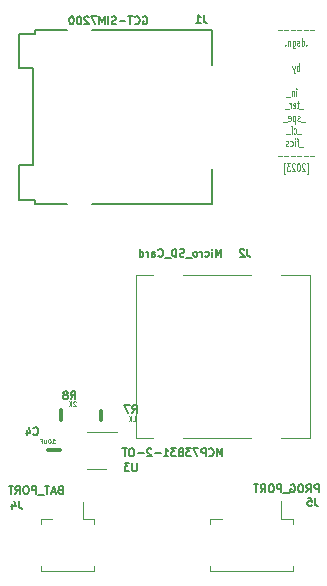
<source format=gbr>
%TF.GenerationSoftware,KiCad,Pcbnew,7.0.8*%
%TF.CreationDate,2023-10-19T11:53:08-06:00*%
%TF.ProjectId,air_station_1v5,6169725f-7374-4617-9469-6f6e5f317635,rev?*%
%TF.SameCoordinates,Original*%
%TF.FileFunction,Legend,Bot*%
%TF.FilePolarity,Positive*%
%FSLAX46Y46*%
G04 Gerber Fmt 4.6, Leading zero omitted, Abs format (unit mm)*
G04 Created by KiCad (PCBNEW 7.0.8) date 2023-10-19 11:53:08*
%MOMM*%
%LPD*%
G01*
G04 APERTURE LIST*
%ADD10C,0.110000*%
%ADD11C,0.150000*%
%ADD12C,0.146304*%
%ADD13C,0.040640*%
%ADD14C,0.200000*%
%ADD15C,0.120000*%
%ADD16C,0.304800*%
G04 APERTURE END LIST*
D10*
X101859524Y-54394480D02*
X101524286Y-54394480D01*
X101314762Y-54394480D02*
X100979524Y-54394480D01*
X100770000Y-54394480D02*
X100434762Y-54394480D01*
X100225238Y-54394480D02*
X99890000Y-54394480D01*
X99680476Y-54394480D02*
X99345238Y-54394480D01*
X99135714Y-54394480D02*
X98800476Y-54394480D01*
X101209999Y-55645651D02*
X101189046Y-55677080D01*
X101189046Y-55677080D02*
X101209999Y-55708508D01*
X101209999Y-55708508D02*
X101230951Y-55677080D01*
X101230951Y-55677080D02*
X101209999Y-55645651D01*
X101209999Y-55645651D02*
X101209999Y-55708508D01*
X100811903Y-55708508D02*
X100811903Y-55048508D01*
X100811903Y-55677080D02*
X100853808Y-55708508D01*
X100853808Y-55708508D02*
X100937617Y-55708508D01*
X100937617Y-55708508D02*
X100979522Y-55677080D01*
X100979522Y-55677080D02*
X101000475Y-55645651D01*
X101000475Y-55645651D02*
X101021427Y-55582794D01*
X101021427Y-55582794D02*
X101021427Y-55394222D01*
X101021427Y-55394222D02*
X101000475Y-55331365D01*
X101000475Y-55331365D02*
X100979522Y-55299937D01*
X100979522Y-55299937D02*
X100937617Y-55268508D01*
X100937617Y-55268508D02*
X100853808Y-55268508D01*
X100853808Y-55268508D02*
X100811903Y-55299937D01*
X100623332Y-55677080D02*
X100581427Y-55708508D01*
X100581427Y-55708508D02*
X100497618Y-55708508D01*
X100497618Y-55708508D02*
X100455713Y-55677080D01*
X100455713Y-55677080D02*
X100434761Y-55614222D01*
X100434761Y-55614222D02*
X100434761Y-55582794D01*
X100434761Y-55582794D02*
X100455713Y-55519937D01*
X100455713Y-55519937D02*
X100497618Y-55488508D01*
X100497618Y-55488508D02*
X100560475Y-55488508D01*
X100560475Y-55488508D02*
X100602380Y-55457080D01*
X100602380Y-55457080D02*
X100623332Y-55394222D01*
X100623332Y-55394222D02*
X100623332Y-55362794D01*
X100623332Y-55362794D02*
X100602380Y-55299937D01*
X100602380Y-55299937D02*
X100560475Y-55268508D01*
X100560475Y-55268508D02*
X100497618Y-55268508D01*
X100497618Y-55268508D02*
X100455713Y-55299937D01*
X100057618Y-55268508D02*
X100057618Y-55802794D01*
X100057618Y-55802794D02*
X100078571Y-55865651D01*
X100078571Y-55865651D02*
X100099523Y-55897080D01*
X100099523Y-55897080D02*
X100141428Y-55928508D01*
X100141428Y-55928508D02*
X100204285Y-55928508D01*
X100204285Y-55928508D02*
X100246190Y-55897080D01*
X100057618Y-55677080D02*
X100099523Y-55708508D01*
X100099523Y-55708508D02*
X100183332Y-55708508D01*
X100183332Y-55708508D02*
X100225237Y-55677080D01*
X100225237Y-55677080D02*
X100246190Y-55645651D01*
X100246190Y-55645651D02*
X100267142Y-55582794D01*
X100267142Y-55582794D02*
X100267142Y-55394222D01*
X100267142Y-55394222D02*
X100246190Y-55331365D01*
X100246190Y-55331365D02*
X100225237Y-55299937D01*
X100225237Y-55299937D02*
X100183332Y-55268508D01*
X100183332Y-55268508D02*
X100099523Y-55268508D01*
X100099523Y-55268508D02*
X100057618Y-55299937D01*
X99848095Y-55268508D02*
X99848095Y-55708508D01*
X99848095Y-55331365D02*
X99827142Y-55299937D01*
X99827142Y-55299937D02*
X99785237Y-55268508D01*
X99785237Y-55268508D02*
X99722380Y-55268508D01*
X99722380Y-55268508D02*
X99680476Y-55299937D01*
X99680476Y-55299937D02*
X99659523Y-55362794D01*
X99659523Y-55362794D02*
X99659523Y-55708508D01*
X99450000Y-55645651D02*
X99429047Y-55677080D01*
X99429047Y-55677080D02*
X99450000Y-55708508D01*
X99450000Y-55708508D02*
X99470952Y-55677080D01*
X99470952Y-55677080D02*
X99450000Y-55645651D01*
X99450000Y-55645651D02*
X99450000Y-55708508D01*
X100591904Y-57833708D02*
X100591904Y-57173708D01*
X100591904Y-57425137D02*
X100549999Y-57393708D01*
X100549999Y-57393708D02*
X100466189Y-57393708D01*
X100466189Y-57393708D02*
X100424285Y-57425137D01*
X100424285Y-57425137D02*
X100403332Y-57456565D01*
X100403332Y-57456565D02*
X100382380Y-57519422D01*
X100382380Y-57519422D02*
X100382380Y-57707994D01*
X100382380Y-57707994D02*
X100403332Y-57770851D01*
X100403332Y-57770851D02*
X100424285Y-57802280D01*
X100424285Y-57802280D02*
X100466189Y-57833708D01*
X100466189Y-57833708D02*
X100549999Y-57833708D01*
X100549999Y-57833708D02*
X100591904Y-57802280D01*
X100235713Y-57393708D02*
X100130951Y-57833708D01*
X100026190Y-57393708D02*
X100130951Y-57833708D01*
X100130951Y-57833708D02*
X100172856Y-57990851D01*
X100172856Y-57990851D02*
X100193809Y-58022280D01*
X100193809Y-58022280D02*
X100235713Y-58053708D01*
X100361428Y-59958908D02*
X100361428Y-59518908D01*
X100361428Y-59298908D02*
X100382380Y-59330337D01*
X100382380Y-59330337D02*
X100361428Y-59361765D01*
X100361428Y-59361765D02*
X100340475Y-59330337D01*
X100340475Y-59330337D02*
X100361428Y-59298908D01*
X100361428Y-59298908D02*
X100361428Y-59361765D01*
X100151904Y-59518908D02*
X100151904Y-59958908D01*
X100151904Y-59581765D02*
X100130951Y-59550337D01*
X100130951Y-59550337D02*
X100089046Y-59518908D01*
X100089046Y-59518908D02*
X100026189Y-59518908D01*
X100026189Y-59518908D02*
X99984285Y-59550337D01*
X99984285Y-59550337D02*
X99963332Y-59613194D01*
X99963332Y-59613194D02*
X99963332Y-59958908D01*
X99858571Y-60021765D02*
X99523332Y-60021765D01*
X100948095Y-61084365D02*
X100612856Y-61084365D01*
X100570952Y-60581508D02*
X100403333Y-60581508D01*
X100508095Y-60361508D02*
X100508095Y-60927222D01*
X100508095Y-60927222D02*
X100487142Y-60990080D01*
X100487142Y-60990080D02*
X100445237Y-61021508D01*
X100445237Y-61021508D02*
X100403333Y-61021508D01*
X100089047Y-60990080D02*
X100130951Y-61021508D01*
X100130951Y-61021508D02*
X100214761Y-61021508D01*
X100214761Y-61021508D02*
X100256666Y-60990080D01*
X100256666Y-60990080D02*
X100277618Y-60927222D01*
X100277618Y-60927222D02*
X100277618Y-60675794D01*
X100277618Y-60675794D02*
X100256666Y-60612937D01*
X100256666Y-60612937D02*
X100214761Y-60581508D01*
X100214761Y-60581508D02*
X100130951Y-60581508D01*
X100130951Y-60581508D02*
X100089047Y-60612937D01*
X100089047Y-60612937D02*
X100068094Y-60675794D01*
X100068094Y-60675794D02*
X100068094Y-60738651D01*
X100068094Y-60738651D02*
X100277618Y-60801508D01*
X99879523Y-61021508D02*
X99879523Y-60581508D01*
X99879523Y-60707222D02*
X99858570Y-60644365D01*
X99858570Y-60644365D02*
X99837618Y-60612937D01*
X99837618Y-60612937D02*
X99795713Y-60581508D01*
X99795713Y-60581508D02*
X99753808Y-60581508D01*
X99711904Y-61084365D02*
X99376665Y-61084365D01*
X101063333Y-62146965D02*
X100728094Y-62146965D01*
X100644285Y-62052680D02*
X100602380Y-62084108D01*
X100602380Y-62084108D02*
X100518571Y-62084108D01*
X100518571Y-62084108D02*
X100476666Y-62052680D01*
X100476666Y-62052680D02*
X100455714Y-61989822D01*
X100455714Y-61989822D02*
X100455714Y-61958394D01*
X100455714Y-61958394D02*
X100476666Y-61895537D01*
X100476666Y-61895537D02*
X100518571Y-61864108D01*
X100518571Y-61864108D02*
X100581428Y-61864108D01*
X100581428Y-61864108D02*
X100623333Y-61832680D01*
X100623333Y-61832680D02*
X100644285Y-61769822D01*
X100644285Y-61769822D02*
X100644285Y-61738394D01*
X100644285Y-61738394D02*
X100623333Y-61675537D01*
X100623333Y-61675537D02*
X100581428Y-61644108D01*
X100581428Y-61644108D02*
X100518571Y-61644108D01*
X100518571Y-61644108D02*
X100476666Y-61675537D01*
X100267143Y-61644108D02*
X100267143Y-62304108D01*
X100267143Y-61675537D02*
X100225238Y-61644108D01*
X100225238Y-61644108D02*
X100141428Y-61644108D01*
X100141428Y-61644108D02*
X100099524Y-61675537D01*
X100099524Y-61675537D02*
X100078571Y-61706965D01*
X100078571Y-61706965D02*
X100057619Y-61769822D01*
X100057619Y-61769822D02*
X100057619Y-61958394D01*
X100057619Y-61958394D02*
X100078571Y-62021251D01*
X100078571Y-62021251D02*
X100099524Y-62052680D01*
X100099524Y-62052680D02*
X100141428Y-62084108D01*
X100141428Y-62084108D02*
X100225238Y-62084108D01*
X100225238Y-62084108D02*
X100267143Y-62052680D01*
X99701429Y-62052680D02*
X99743333Y-62084108D01*
X99743333Y-62084108D02*
X99827143Y-62084108D01*
X99827143Y-62084108D02*
X99869048Y-62052680D01*
X99869048Y-62052680D02*
X99890000Y-61989822D01*
X99890000Y-61989822D02*
X99890000Y-61738394D01*
X99890000Y-61738394D02*
X99869048Y-61675537D01*
X99869048Y-61675537D02*
X99827143Y-61644108D01*
X99827143Y-61644108D02*
X99743333Y-61644108D01*
X99743333Y-61644108D02*
X99701429Y-61675537D01*
X99701429Y-61675537D02*
X99680476Y-61738394D01*
X99680476Y-61738394D02*
X99680476Y-61801251D01*
X99680476Y-61801251D02*
X99890000Y-61864108D01*
X99596667Y-62146965D02*
X99261428Y-62146965D01*
X100790952Y-63209565D02*
X100455713Y-63209565D01*
X100162380Y-63115280D02*
X100204285Y-63146708D01*
X100204285Y-63146708D02*
X100288094Y-63146708D01*
X100288094Y-63146708D02*
X100329999Y-63115280D01*
X100329999Y-63115280D02*
X100350952Y-63083851D01*
X100350952Y-63083851D02*
X100371904Y-63020994D01*
X100371904Y-63020994D02*
X100371904Y-62832422D01*
X100371904Y-62832422D02*
X100350952Y-62769565D01*
X100350952Y-62769565D02*
X100329999Y-62738137D01*
X100329999Y-62738137D02*
X100288094Y-62706708D01*
X100288094Y-62706708D02*
X100204285Y-62706708D01*
X100204285Y-62706708D02*
X100162380Y-62738137D01*
X99973809Y-63146708D02*
X99973809Y-62706708D01*
X99973809Y-62486708D02*
X99994761Y-62518137D01*
X99994761Y-62518137D02*
X99973809Y-62549565D01*
X99973809Y-62549565D02*
X99952856Y-62518137D01*
X99952856Y-62518137D02*
X99973809Y-62486708D01*
X99973809Y-62486708D02*
X99973809Y-62549565D01*
X99869047Y-63209565D02*
X99533808Y-63209565D01*
X100927143Y-64272165D02*
X100591904Y-64272165D01*
X100550000Y-63769308D02*
X100382381Y-63769308D01*
X100487143Y-64209308D02*
X100487143Y-63643594D01*
X100487143Y-63643594D02*
X100466190Y-63580737D01*
X100466190Y-63580737D02*
X100424285Y-63549308D01*
X100424285Y-63549308D02*
X100382381Y-63549308D01*
X100235714Y-64209308D02*
X100235714Y-63769308D01*
X100235714Y-63549308D02*
X100256666Y-63580737D01*
X100256666Y-63580737D02*
X100235714Y-63612165D01*
X100235714Y-63612165D02*
X100214761Y-63580737D01*
X100214761Y-63580737D02*
X100235714Y-63549308D01*
X100235714Y-63549308D02*
X100235714Y-63612165D01*
X99837618Y-64177880D02*
X99879523Y-64209308D01*
X99879523Y-64209308D02*
X99963332Y-64209308D01*
X99963332Y-64209308D02*
X100005237Y-64177880D01*
X100005237Y-64177880D02*
X100026190Y-64146451D01*
X100026190Y-64146451D02*
X100047142Y-64083594D01*
X100047142Y-64083594D02*
X100047142Y-63895022D01*
X100047142Y-63895022D02*
X100026190Y-63832165D01*
X100026190Y-63832165D02*
X100005237Y-63800737D01*
X100005237Y-63800737D02*
X99963332Y-63769308D01*
X99963332Y-63769308D02*
X99879523Y-63769308D01*
X99879523Y-63769308D02*
X99837618Y-63800737D01*
X99669999Y-64177880D02*
X99628094Y-64209308D01*
X99628094Y-64209308D02*
X99544285Y-64209308D01*
X99544285Y-64209308D02*
X99502380Y-64177880D01*
X99502380Y-64177880D02*
X99481428Y-64115022D01*
X99481428Y-64115022D02*
X99481428Y-64083594D01*
X99481428Y-64083594D02*
X99502380Y-64020737D01*
X99502380Y-64020737D02*
X99544285Y-63989308D01*
X99544285Y-63989308D02*
X99607142Y-63989308D01*
X99607142Y-63989308D02*
X99649047Y-63957880D01*
X99649047Y-63957880D02*
X99669999Y-63895022D01*
X99669999Y-63895022D02*
X99669999Y-63863594D01*
X99669999Y-63863594D02*
X99649047Y-63800737D01*
X99649047Y-63800737D02*
X99607142Y-63769308D01*
X99607142Y-63769308D02*
X99544285Y-63769308D01*
X99544285Y-63769308D02*
X99502380Y-63800737D01*
X101859524Y-65020480D02*
X101524286Y-65020480D01*
X101314762Y-65020480D02*
X100979524Y-65020480D01*
X100770000Y-65020480D02*
X100434762Y-65020480D01*
X100225238Y-65020480D02*
X99890000Y-65020480D01*
X99680476Y-65020480D02*
X99345238Y-65020480D01*
X99135714Y-65020480D02*
X98800476Y-65020480D01*
X101230952Y-66554508D02*
X101335714Y-66554508D01*
X101335714Y-66554508D02*
X101335714Y-65611651D01*
X101335714Y-65611651D02*
X101230952Y-65611651D01*
X101084286Y-65737365D02*
X101063334Y-65705937D01*
X101063334Y-65705937D02*
X101021429Y-65674508D01*
X101021429Y-65674508D02*
X100916667Y-65674508D01*
X100916667Y-65674508D02*
X100874762Y-65705937D01*
X100874762Y-65705937D02*
X100853810Y-65737365D01*
X100853810Y-65737365D02*
X100832857Y-65800222D01*
X100832857Y-65800222D02*
X100832857Y-65863080D01*
X100832857Y-65863080D02*
X100853810Y-65957365D01*
X100853810Y-65957365D02*
X101105238Y-66334508D01*
X101105238Y-66334508D02*
X100832857Y-66334508D01*
X100560476Y-65674508D02*
X100518571Y-65674508D01*
X100518571Y-65674508D02*
X100476667Y-65705937D01*
X100476667Y-65705937D02*
X100455714Y-65737365D01*
X100455714Y-65737365D02*
X100434762Y-65800222D01*
X100434762Y-65800222D02*
X100413809Y-65925937D01*
X100413809Y-65925937D02*
X100413809Y-66083080D01*
X100413809Y-66083080D02*
X100434762Y-66208794D01*
X100434762Y-66208794D02*
X100455714Y-66271651D01*
X100455714Y-66271651D02*
X100476667Y-66303080D01*
X100476667Y-66303080D02*
X100518571Y-66334508D01*
X100518571Y-66334508D02*
X100560476Y-66334508D01*
X100560476Y-66334508D02*
X100602381Y-66303080D01*
X100602381Y-66303080D02*
X100623333Y-66271651D01*
X100623333Y-66271651D02*
X100644286Y-66208794D01*
X100644286Y-66208794D02*
X100665238Y-66083080D01*
X100665238Y-66083080D02*
X100665238Y-65925937D01*
X100665238Y-65925937D02*
X100644286Y-65800222D01*
X100644286Y-65800222D02*
X100623333Y-65737365D01*
X100623333Y-65737365D02*
X100602381Y-65705937D01*
X100602381Y-65705937D02*
X100560476Y-65674508D01*
X100246190Y-65737365D02*
X100225238Y-65705937D01*
X100225238Y-65705937D02*
X100183333Y-65674508D01*
X100183333Y-65674508D02*
X100078571Y-65674508D01*
X100078571Y-65674508D02*
X100036666Y-65705937D01*
X100036666Y-65705937D02*
X100015714Y-65737365D01*
X100015714Y-65737365D02*
X99994761Y-65800222D01*
X99994761Y-65800222D02*
X99994761Y-65863080D01*
X99994761Y-65863080D02*
X100015714Y-65957365D01*
X100015714Y-65957365D02*
X100267142Y-66334508D01*
X100267142Y-66334508D02*
X99994761Y-66334508D01*
X99848094Y-65674508D02*
X99575713Y-65674508D01*
X99575713Y-65674508D02*
X99722380Y-65925937D01*
X99722380Y-65925937D02*
X99659523Y-65925937D01*
X99659523Y-65925937D02*
X99617618Y-65957365D01*
X99617618Y-65957365D02*
X99596666Y-65988794D01*
X99596666Y-65988794D02*
X99575713Y-66051651D01*
X99575713Y-66051651D02*
X99575713Y-66208794D01*
X99575713Y-66208794D02*
X99596666Y-66271651D01*
X99596666Y-66271651D02*
X99617618Y-66303080D01*
X99617618Y-66303080D02*
X99659523Y-66334508D01*
X99659523Y-66334508D02*
X99785237Y-66334508D01*
X99785237Y-66334508D02*
X99827142Y-66303080D01*
X99827142Y-66303080D02*
X99848094Y-66271651D01*
X99429046Y-66554508D02*
X99324284Y-66554508D01*
X99324284Y-66554508D02*
X99324284Y-65611651D01*
X99324284Y-65611651D02*
X99429046Y-65611651D01*
D11*
X92548999Y-53104528D02*
X92548999Y-53575957D01*
X92548999Y-53575957D02*
X92580428Y-53670242D01*
X92580428Y-53670242D02*
X92643285Y-53733100D01*
X92643285Y-53733100D02*
X92737571Y-53764528D01*
X92737571Y-53764528D02*
X92800428Y-53764528D01*
X91888999Y-53764528D02*
X92266142Y-53764528D01*
X92077571Y-53764528D02*
X92077571Y-53104528D01*
X92077571Y-53104528D02*
X92140428Y-53198814D01*
X92140428Y-53198814D02*
X92203285Y-53261671D01*
X92203285Y-53261671D02*
X92266142Y-53293100D01*
X87377855Y-53262957D02*
X87440713Y-53231528D01*
X87440713Y-53231528D02*
X87534998Y-53231528D01*
X87534998Y-53231528D02*
X87629284Y-53262957D01*
X87629284Y-53262957D02*
X87692141Y-53325814D01*
X87692141Y-53325814D02*
X87723570Y-53388671D01*
X87723570Y-53388671D02*
X87754998Y-53514385D01*
X87754998Y-53514385D02*
X87754998Y-53608671D01*
X87754998Y-53608671D02*
X87723570Y-53734385D01*
X87723570Y-53734385D02*
X87692141Y-53797242D01*
X87692141Y-53797242D02*
X87629284Y-53860100D01*
X87629284Y-53860100D02*
X87534998Y-53891528D01*
X87534998Y-53891528D02*
X87472141Y-53891528D01*
X87472141Y-53891528D02*
X87377855Y-53860100D01*
X87377855Y-53860100D02*
X87346427Y-53828671D01*
X87346427Y-53828671D02*
X87346427Y-53608671D01*
X87346427Y-53608671D02*
X87472141Y-53608671D01*
X86686427Y-53828671D02*
X86717855Y-53860100D01*
X86717855Y-53860100D02*
X86812141Y-53891528D01*
X86812141Y-53891528D02*
X86874998Y-53891528D01*
X86874998Y-53891528D02*
X86969284Y-53860100D01*
X86969284Y-53860100D02*
X87032141Y-53797242D01*
X87032141Y-53797242D02*
X87063570Y-53734385D01*
X87063570Y-53734385D02*
X87094998Y-53608671D01*
X87094998Y-53608671D02*
X87094998Y-53514385D01*
X87094998Y-53514385D02*
X87063570Y-53388671D01*
X87063570Y-53388671D02*
X87032141Y-53325814D01*
X87032141Y-53325814D02*
X86969284Y-53262957D01*
X86969284Y-53262957D02*
X86874998Y-53231528D01*
X86874998Y-53231528D02*
X86812141Y-53231528D01*
X86812141Y-53231528D02*
X86717855Y-53262957D01*
X86717855Y-53262957D02*
X86686427Y-53294385D01*
X86497855Y-53231528D02*
X86120713Y-53231528D01*
X86309284Y-53891528D02*
X86309284Y-53231528D01*
X85900713Y-53640100D02*
X85397856Y-53640100D01*
X85114998Y-53860100D02*
X85020713Y-53891528D01*
X85020713Y-53891528D02*
X84863570Y-53891528D01*
X84863570Y-53891528D02*
X84800713Y-53860100D01*
X84800713Y-53860100D02*
X84769284Y-53828671D01*
X84769284Y-53828671D02*
X84737855Y-53765814D01*
X84737855Y-53765814D02*
X84737855Y-53702957D01*
X84737855Y-53702957D02*
X84769284Y-53640100D01*
X84769284Y-53640100D02*
X84800713Y-53608671D01*
X84800713Y-53608671D02*
X84863570Y-53577242D01*
X84863570Y-53577242D02*
X84989284Y-53545814D01*
X84989284Y-53545814D02*
X85052141Y-53514385D01*
X85052141Y-53514385D02*
X85083570Y-53482957D01*
X85083570Y-53482957D02*
X85114998Y-53420100D01*
X85114998Y-53420100D02*
X85114998Y-53357242D01*
X85114998Y-53357242D02*
X85083570Y-53294385D01*
X85083570Y-53294385D02*
X85052141Y-53262957D01*
X85052141Y-53262957D02*
X84989284Y-53231528D01*
X84989284Y-53231528D02*
X84832141Y-53231528D01*
X84832141Y-53231528D02*
X84737855Y-53262957D01*
X84454999Y-53891528D02*
X84454999Y-53231528D01*
X84140713Y-53891528D02*
X84140713Y-53231528D01*
X84140713Y-53231528D02*
X83920713Y-53702957D01*
X83920713Y-53702957D02*
X83700713Y-53231528D01*
X83700713Y-53231528D02*
X83700713Y-53891528D01*
X83449284Y-53231528D02*
X83009284Y-53231528D01*
X83009284Y-53231528D02*
X83292141Y-53891528D01*
X82789284Y-53294385D02*
X82757856Y-53262957D01*
X82757856Y-53262957D02*
X82694999Y-53231528D01*
X82694999Y-53231528D02*
X82537856Y-53231528D01*
X82537856Y-53231528D02*
X82474999Y-53262957D01*
X82474999Y-53262957D02*
X82443570Y-53294385D01*
X82443570Y-53294385D02*
X82412141Y-53357242D01*
X82412141Y-53357242D02*
X82412141Y-53420100D01*
X82412141Y-53420100D02*
X82443570Y-53514385D01*
X82443570Y-53514385D02*
X82820713Y-53891528D01*
X82820713Y-53891528D02*
X82412141Y-53891528D01*
X82003570Y-53231528D02*
X81940713Y-53231528D01*
X81940713Y-53231528D02*
X81877856Y-53262957D01*
X81877856Y-53262957D02*
X81846428Y-53294385D01*
X81846428Y-53294385D02*
X81814999Y-53357242D01*
X81814999Y-53357242D02*
X81783570Y-53482957D01*
X81783570Y-53482957D02*
X81783570Y-53640100D01*
X81783570Y-53640100D02*
X81814999Y-53765814D01*
X81814999Y-53765814D02*
X81846428Y-53828671D01*
X81846428Y-53828671D02*
X81877856Y-53860100D01*
X81877856Y-53860100D02*
X81940713Y-53891528D01*
X81940713Y-53891528D02*
X82003570Y-53891528D01*
X82003570Y-53891528D02*
X82066428Y-53860100D01*
X82066428Y-53860100D02*
X82097856Y-53828671D01*
X82097856Y-53828671D02*
X82129285Y-53765814D01*
X82129285Y-53765814D02*
X82160713Y-53640100D01*
X82160713Y-53640100D02*
X82160713Y-53482957D01*
X82160713Y-53482957D02*
X82129285Y-53357242D01*
X82129285Y-53357242D02*
X82097856Y-53294385D01*
X82097856Y-53294385D02*
X82066428Y-53262957D01*
X82066428Y-53262957D02*
X82003570Y-53231528D01*
X81374999Y-53231528D02*
X81312142Y-53231528D01*
X81312142Y-53231528D02*
X81249285Y-53262957D01*
X81249285Y-53262957D02*
X81217857Y-53294385D01*
X81217857Y-53294385D02*
X81186428Y-53357242D01*
X81186428Y-53357242D02*
X81154999Y-53482957D01*
X81154999Y-53482957D02*
X81154999Y-53640100D01*
X81154999Y-53640100D02*
X81186428Y-53765814D01*
X81186428Y-53765814D02*
X81217857Y-53828671D01*
X81217857Y-53828671D02*
X81249285Y-53860100D01*
X81249285Y-53860100D02*
X81312142Y-53891528D01*
X81312142Y-53891528D02*
X81374999Y-53891528D01*
X81374999Y-53891528D02*
X81437857Y-53860100D01*
X81437857Y-53860100D02*
X81469285Y-53828671D01*
X81469285Y-53828671D02*
X81500714Y-53765814D01*
X81500714Y-53765814D02*
X81532142Y-53640100D01*
X81532142Y-53640100D02*
X81532142Y-53482957D01*
X81532142Y-53482957D02*
X81500714Y-53357242D01*
X81500714Y-53357242D02*
X81469285Y-53294385D01*
X81469285Y-53294385D02*
X81437857Y-53262957D01*
X81437857Y-53262957D02*
X81374999Y-53231528D01*
X101946999Y-93998528D02*
X101946999Y-94469957D01*
X101946999Y-94469957D02*
X101978428Y-94564242D01*
X101978428Y-94564242D02*
X102041285Y-94627100D01*
X102041285Y-94627100D02*
X102135571Y-94658528D01*
X102135571Y-94658528D02*
X102198428Y-94658528D01*
X101318428Y-93998528D02*
X101632714Y-93998528D01*
X101632714Y-93998528D02*
X101664142Y-94312814D01*
X101664142Y-94312814D02*
X101632714Y-94281385D01*
X101632714Y-94281385D02*
X101569857Y-94249957D01*
X101569857Y-94249957D02*
X101412714Y-94249957D01*
X101412714Y-94249957D02*
X101349857Y-94281385D01*
X101349857Y-94281385D02*
X101318428Y-94312814D01*
X101318428Y-94312814D02*
X101286999Y-94375671D01*
X101286999Y-94375671D02*
X101286999Y-94532814D01*
X101286999Y-94532814D02*
X101318428Y-94595671D01*
X101318428Y-94595671D02*
X101349857Y-94627100D01*
X101349857Y-94627100D02*
X101412714Y-94658528D01*
X101412714Y-94658528D02*
X101569857Y-94658528D01*
X101569857Y-94658528D02*
X101632714Y-94627100D01*
X101632714Y-94627100D02*
X101664142Y-94595671D01*
X102255143Y-93515528D02*
X102255143Y-92855528D01*
X102255143Y-92855528D02*
X102003714Y-92855528D01*
X102003714Y-92855528D02*
X101940857Y-92886957D01*
X101940857Y-92886957D02*
X101909428Y-92918385D01*
X101909428Y-92918385D02*
X101878000Y-92981242D01*
X101878000Y-92981242D02*
X101878000Y-93075528D01*
X101878000Y-93075528D02*
X101909428Y-93138385D01*
X101909428Y-93138385D02*
X101940857Y-93169814D01*
X101940857Y-93169814D02*
X102003714Y-93201242D01*
X102003714Y-93201242D02*
X102255143Y-93201242D01*
X101218000Y-93515528D02*
X101438000Y-93201242D01*
X101595143Y-93515528D02*
X101595143Y-92855528D01*
X101595143Y-92855528D02*
X101343714Y-92855528D01*
X101343714Y-92855528D02*
X101280857Y-92886957D01*
X101280857Y-92886957D02*
X101249428Y-92918385D01*
X101249428Y-92918385D02*
X101218000Y-92981242D01*
X101218000Y-92981242D02*
X101218000Y-93075528D01*
X101218000Y-93075528D02*
X101249428Y-93138385D01*
X101249428Y-93138385D02*
X101280857Y-93169814D01*
X101280857Y-93169814D02*
X101343714Y-93201242D01*
X101343714Y-93201242D02*
X101595143Y-93201242D01*
X100809428Y-92855528D02*
X100683714Y-92855528D01*
X100683714Y-92855528D02*
X100620857Y-92886957D01*
X100620857Y-92886957D02*
X100558000Y-92949814D01*
X100558000Y-92949814D02*
X100526571Y-93075528D01*
X100526571Y-93075528D02*
X100526571Y-93295528D01*
X100526571Y-93295528D02*
X100558000Y-93421242D01*
X100558000Y-93421242D02*
X100620857Y-93484100D01*
X100620857Y-93484100D02*
X100683714Y-93515528D01*
X100683714Y-93515528D02*
X100809428Y-93515528D01*
X100809428Y-93515528D02*
X100872286Y-93484100D01*
X100872286Y-93484100D02*
X100935143Y-93421242D01*
X100935143Y-93421242D02*
X100966571Y-93295528D01*
X100966571Y-93295528D02*
X100966571Y-93075528D01*
X100966571Y-93075528D02*
X100935143Y-92949814D01*
X100935143Y-92949814D02*
X100872286Y-92886957D01*
X100872286Y-92886957D02*
X100809428Y-92855528D01*
X99897999Y-92886957D02*
X99960857Y-92855528D01*
X99960857Y-92855528D02*
X100055142Y-92855528D01*
X100055142Y-92855528D02*
X100149428Y-92886957D01*
X100149428Y-92886957D02*
X100212285Y-92949814D01*
X100212285Y-92949814D02*
X100243714Y-93012671D01*
X100243714Y-93012671D02*
X100275142Y-93138385D01*
X100275142Y-93138385D02*
X100275142Y-93232671D01*
X100275142Y-93232671D02*
X100243714Y-93358385D01*
X100243714Y-93358385D02*
X100212285Y-93421242D01*
X100212285Y-93421242D02*
X100149428Y-93484100D01*
X100149428Y-93484100D02*
X100055142Y-93515528D01*
X100055142Y-93515528D02*
X99992285Y-93515528D01*
X99992285Y-93515528D02*
X99897999Y-93484100D01*
X99897999Y-93484100D02*
X99866571Y-93452671D01*
X99866571Y-93452671D02*
X99866571Y-93232671D01*
X99866571Y-93232671D02*
X99992285Y-93232671D01*
X99740857Y-93578385D02*
X99237999Y-93578385D01*
X99080857Y-93515528D02*
X99080857Y-92855528D01*
X99080857Y-92855528D02*
X98829428Y-92855528D01*
X98829428Y-92855528D02*
X98766571Y-92886957D01*
X98766571Y-92886957D02*
X98735142Y-92918385D01*
X98735142Y-92918385D02*
X98703714Y-92981242D01*
X98703714Y-92981242D02*
X98703714Y-93075528D01*
X98703714Y-93075528D02*
X98735142Y-93138385D01*
X98735142Y-93138385D02*
X98766571Y-93169814D01*
X98766571Y-93169814D02*
X98829428Y-93201242D01*
X98829428Y-93201242D02*
X99080857Y-93201242D01*
X98295142Y-92855528D02*
X98169428Y-92855528D01*
X98169428Y-92855528D02*
X98106571Y-92886957D01*
X98106571Y-92886957D02*
X98043714Y-92949814D01*
X98043714Y-92949814D02*
X98012285Y-93075528D01*
X98012285Y-93075528D02*
X98012285Y-93295528D01*
X98012285Y-93295528D02*
X98043714Y-93421242D01*
X98043714Y-93421242D02*
X98106571Y-93484100D01*
X98106571Y-93484100D02*
X98169428Y-93515528D01*
X98169428Y-93515528D02*
X98295142Y-93515528D01*
X98295142Y-93515528D02*
X98358000Y-93484100D01*
X98358000Y-93484100D02*
X98420857Y-93421242D01*
X98420857Y-93421242D02*
X98452285Y-93295528D01*
X98452285Y-93295528D02*
X98452285Y-93075528D01*
X98452285Y-93075528D02*
X98420857Y-92949814D01*
X98420857Y-92949814D02*
X98358000Y-92886957D01*
X98358000Y-92886957D02*
X98295142Y-92855528D01*
X97352285Y-93515528D02*
X97572285Y-93201242D01*
X97729428Y-93515528D02*
X97729428Y-92855528D01*
X97729428Y-92855528D02*
X97477999Y-92855528D01*
X97477999Y-92855528D02*
X97415142Y-92886957D01*
X97415142Y-92886957D02*
X97383713Y-92918385D01*
X97383713Y-92918385D02*
X97352285Y-92981242D01*
X97352285Y-92981242D02*
X97352285Y-93075528D01*
X97352285Y-93075528D02*
X97383713Y-93138385D01*
X97383713Y-93138385D02*
X97415142Y-93169814D01*
X97415142Y-93169814D02*
X97477999Y-93201242D01*
X97477999Y-93201242D02*
X97729428Y-93201242D01*
X97163713Y-92855528D02*
X96786571Y-92855528D01*
X96975142Y-93515528D02*
X96975142Y-92855528D01*
X76927999Y-94252528D02*
X76927999Y-94723957D01*
X76927999Y-94723957D02*
X76959428Y-94818242D01*
X76959428Y-94818242D02*
X77022285Y-94881100D01*
X77022285Y-94881100D02*
X77116571Y-94912528D01*
X77116571Y-94912528D02*
X77179428Y-94912528D01*
X76330857Y-94472528D02*
X76330857Y-94912528D01*
X76487999Y-94221100D02*
X76645142Y-94692528D01*
X76645142Y-94692528D02*
X76236571Y-94692528D01*
X80384951Y-93296202D02*
X80289237Y-93328107D01*
X80289237Y-93328107D02*
X80257332Y-93360011D01*
X80257332Y-93360011D02*
X80225428Y-93423821D01*
X80225428Y-93423821D02*
X80225428Y-93519535D01*
X80225428Y-93519535D02*
X80257332Y-93583345D01*
X80257332Y-93583345D02*
X80289237Y-93615250D01*
X80289237Y-93615250D02*
X80353047Y-93647154D01*
X80353047Y-93647154D02*
X80608285Y-93647154D01*
X80608285Y-93647154D02*
X80608285Y-92977154D01*
X80608285Y-92977154D02*
X80384951Y-92977154D01*
X80384951Y-92977154D02*
X80321142Y-93009059D01*
X80321142Y-93009059D02*
X80289237Y-93040964D01*
X80289237Y-93040964D02*
X80257332Y-93104773D01*
X80257332Y-93104773D02*
X80257332Y-93168583D01*
X80257332Y-93168583D02*
X80289237Y-93232392D01*
X80289237Y-93232392D02*
X80321142Y-93264297D01*
X80321142Y-93264297D02*
X80384951Y-93296202D01*
X80384951Y-93296202D02*
X80608285Y-93296202D01*
X79970189Y-93455726D02*
X79651142Y-93455726D01*
X80033999Y-93647154D02*
X79810666Y-92977154D01*
X79810666Y-92977154D02*
X79587332Y-93647154D01*
X79459713Y-92977154D02*
X79076856Y-92977154D01*
X79268284Y-93647154D02*
X79268284Y-92977154D01*
X79013047Y-93710964D02*
X78502570Y-93710964D01*
X78343047Y-93647154D02*
X78343047Y-92977154D01*
X78343047Y-92977154D02*
X78087809Y-92977154D01*
X78087809Y-92977154D02*
X78023999Y-93009059D01*
X78023999Y-93009059D02*
X77992094Y-93040964D01*
X77992094Y-93040964D02*
X77960190Y-93104773D01*
X77960190Y-93104773D02*
X77960190Y-93200488D01*
X77960190Y-93200488D02*
X77992094Y-93264297D01*
X77992094Y-93264297D02*
X78023999Y-93296202D01*
X78023999Y-93296202D02*
X78087809Y-93328107D01*
X78087809Y-93328107D02*
X78343047Y-93328107D01*
X77545428Y-92977154D02*
X77417809Y-92977154D01*
X77417809Y-92977154D02*
X77353999Y-93009059D01*
X77353999Y-93009059D02*
X77290190Y-93072869D01*
X77290190Y-93072869D02*
X77258285Y-93200488D01*
X77258285Y-93200488D02*
X77258285Y-93423821D01*
X77258285Y-93423821D02*
X77290190Y-93551440D01*
X77290190Y-93551440D02*
X77353999Y-93615250D01*
X77353999Y-93615250D02*
X77417809Y-93647154D01*
X77417809Y-93647154D02*
X77545428Y-93647154D01*
X77545428Y-93647154D02*
X77609237Y-93615250D01*
X77609237Y-93615250D02*
X77673047Y-93551440D01*
X77673047Y-93551440D02*
X77704951Y-93423821D01*
X77704951Y-93423821D02*
X77704951Y-93200488D01*
X77704951Y-93200488D02*
X77673047Y-93072869D01*
X77673047Y-93072869D02*
X77609237Y-93009059D01*
X77609237Y-93009059D02*
X77545428Y-92977154D01*
X76588285Y-93647154D02*
X76811618Y-93328107D01*
X76971142Y-93647154D02*
X76971142Y-92977154D01*
X76971142Y-92977154D02*
X76715904Y-92977154D01*
X76715904Y-92977154D02*
X76652094Y-93009059D01*
X76652094Y-93009059D02*
X76620189Y-93040964D01*
X76620189Y-93040964D02*
X76588285Y-93104773D01*
X76588285Y-93104773D02*
X76588285Y-93200488D01*
X76588285Y-93200488D02*
X76620189Y-93264297D01*
X76620189Y-93264297D02*
X76652094Y-93296202D01*
X76652094Y-93296202D02*
X76715904Y-93328107D01*
X76715904Y-93328107D02*
X76971142Y-93328107D01*
X76396856Y-92977154D02*
X76013999Y-92977154D01*
X76205427Y-93647154D02*
X76205427Y-92977154D01*
D12*
X78104203Y-88620350D02*
X78135941Y-88652088D01*
X78135941Y-88652088D02*
X78231155Y-88683825D01*
X78231155Y-88683825D02*
X78294631Y-88683825D01*
X78294631Y-88683825D02*
X78389844Y-88652088D01*
X78389844Y-88652088D02*
X78453320Y-88588612D01*
X78453320Y-88588612D02*
X78485058Y-88525136D01*
X78485058Y-88525136D02*
X78516796Y-88398184D01*
X78516796Y-88398184D02*
X78516796Y-88302971D01*
X78516796Y-88302971D02*
X78485058Y-88176019D01*
X78485058Y-88176019D02*
X78453320Y-88112543D01*
X78453320Y-88112543D02*
X78389844Y-88049067D01*
X78389844Y-88049067D02*
X78294631Y-88017329D01*
X78294631Y-88017329D02*
X78231155Y-88017329D01*
X78231155Y-88017329D02*
X78135941Y-88049067D01*
X78135941Y-88049067D02*
X78104203Y-88080805D01*
X77532921Y-88239495D02*
X77532921Y-88683825D01*
X77691610Y-87985592D02*
X77850300Y-88461660D01*
X77850300Y-88461660D02*
X77437707Y-88461660D01*
D13*
X79702182Y-89361124D02*
X79911188Y-89361124D01*
X79806685Y-89361124D02*
X79806685Y-88995364D01*
X79806685Y-88995364D02*
X79841519Y-89047615D01*
X79841519Y-89047615D02*
X79876354Y-89082449D01*
X79876354Y-89082449D02*
X79911188Y-89099867D01*
X79475759Y-88995364D02*
X79440925Y-88995364D01*
X79440925Y-88995364D02*
X79406091Y-89012781D01*
X79406091Y-89012781D02*
X79388674Y-89030198D01*
X79388674Y-89030198D02*
X79371256Y-89065032D01*
X79371256Y-89065032D02*
X79353839Y-89134701D01*
X79353839Y-89134701D02*
X79353839Y-89221787D01*
X79353839Y-89221787D02*
X79371256Y-89291455D01*
X79371256Y-89291455D02*
X79388674Y-89326289D01*
X79388674Y-89326289D02*
X79406091Y-89343707D01*
X79406091Y-89343707D02*
X79440925Y-89361124D01*
X79440925Y-89361124D02*
X79475759Y-89361124D01*
X79475759Y-89361124D02*
X79510594Y-89343707D01*
X79510594Y-89343707D02*
X79528011Y-89326289D01*
X79528011Y-89326289D02*
X79545428Y-89291455D01*
X79545428Y-89291455D02*
X79562845Y-89221787D01*
X79562845Y-89221787D02*
X79562845Y-89134701D01*
X79562845Y-89134701D02*
X79545428Y-89065032D01*
X79545428Y-89065032D02*
X79528011Y-89030198D01*
X79528011Y-89030198D02*
X79510594Y-89012781D01*
X79510594Y-89012781D02*
X79475759Y-88995364D01*
X79040331Y-89117284D02*
X79040331Y-89361124D01*
X79197085Y-89117284D02*
X79197085Y-89308872D01*
X79197085Y-89308872D02*
X79179668Y-89343707D01*
X79179668Y-89343707D02*
X79144833Y-89361124D01*
X79144833Y-89361124D02*
X79092582Y-89361124D01*
X79092582Y-89361124D02*
X79057748Y-89343707D01*
X79057748Y-89343707D02*
X79040331Y-89326289D01*
X78744239Y-89169535D02*
X78866159Y-89169535D01*
X78866159Y-89361124D02*
X78866159Y-88995364D01*
X78866159Y-88995364D02*
X78691987Y-88995364D01*
D11*
X96231999Y-72916528D02*
X96231999Y-73387957D01*
X96231999Y-73387957D02*
X96263428Y-73482242D01*
X96263428Y-73482242D02*
X96326285Y-73545100D01*
X96326285Y-73545100D02*
X96420571Y-73576528D01*
X96420571Y-73576528D02*
X96483428Y-73576528D01*
X95949142Y-72979385D02*
X95917714Y-72947957D01*
X95917714Y-72947957D02*
X95854857Y-72916528D01*
X95854857Y-72916528D02*
X95697714Y-72916528D01*
X95697714Y-72916528D02*
X95634857Y-72947957D01*
X95634857Y-72947957D02*
X95603428Y-72979385D01*
X95603428Y-72979385D02*
X95571999Y-73042242D01*
X95571999Y-73042242D02*
X95571999Y-73105100D01*
X95571999Y-73105100D02*
X95603428Y-73199385D01*
X95603428Y-73199385D02*
X95980571Y-73576528D01*
X95980571Y-73576528D02*
X95571999Y-73576528D01*
X93992428Y-73576528D02*
X93992428Y-72916528D01*
X93992428Y-72916528D02*
X93772428Y-73387957D01*
X93772428Y-73387957D02*
X93552428Y-72916528D01*
X93552428Y-72916528D02*
X93552428Y-73576528D01*
X93238142Y-73576528D02*
X93238142Y-73136528D01*
X93238142Y-72916528D02*
X93269570Y-72947957D01*
X93269570Y-72947957D02*
X93238142Y-72979385D01*
X93238142Y-72979385D02*
X93206713Y-72947957D01*
X93206713Y-72947957D02*
X93238142Y-72916528D01*
X93238142Y-72916528D02*
X93238142Y-72979385D01*
X92640999Y-73545100D02*
X92703856Y-73576528D01*
X92703856Y-73576528D02*
X92829570Y-73576528D01*
X92829570Y-73576528D02*
X92892427Y-73545100D01*
X92892427Y-73545100D02*
X92923856Y-73513671D01*
X92923856Y-73513671D02*
X92955284Y-73450814D01*
X92955284Y-73450814D02*
X92955284Y-73262242D01*
X92955284Y-73262242D02*
X92923856Y-73199385D01*
X92923856Y-73199385D02*
X92892427Y-73167957D01*
X92892427Y-73167957D02*
X92829570Y-73136528D01*
X92829570Y-73136528D02*
X92703856Y-73136528D01*
X92703856Y-73136528D02*
X92640999Y-73167957D01*
X92358142Y-73576528D02*
X92358142Y-73136528D01*
X92358142Y-73262242D02*
X92326713Y-73199385D01*
X92326713Y-73199385D02*
X92295285Y-73167957D01*
X92295285Y-73167957D02*
X92232427Y-73136528D01*
X92232427Y-73136528D02*
X92169570Y-73136528D01*
X91855285Y-73576528D02*
X91918142Y-73545100D01*
X91918142Y-73545100D02*
X91949571Y-73513671D01*
X91949571Y-73513671D02*
X91980999Y-73450814D01*
X91980999Y-73450814D02*
X91980999Y-73262242D01*
X91980999Y-73262242D02*
X91949571Y-73199385D01*
X91949571Y-73199385D02*
X91918142Y-73167957D01*
X91918142Y-73167957D02*
X91855285Y-73136528D01*
X91855285Y-73136528D02*
X91760999Y-73136528D01*
X91760999Y-73136528D02*
X91698142Y-73167957D01*
X91698142Y-73167957D02*
X91666714Y-73199385D01*
X91666714Y-73199385D02*
X91635285Y-73262242D01*
X91635285Y-73262242D02*
X91635285Y-73450814D01*
X91635285Y-73450814D02*
X91666714Y-73513671D01*
X91666714Y-73513671D02*
X91698142Y-73545100D01*
X91698142Y-73545100D02*
X91760999Y-73576528D01*
X91760999Y-73576528D02*
X91855285Y-73576528D01*
X91509571Y-73639385D02*
X91006713Y-73639385D01*
X90880999Y-73545100D02*
X90786714Y-73576528D01*
X90786714Y-73576528D02*
X90629571Y-73576528D01*
X90629571Y-73576528D02*
X90566714Y-73545100D01*
X90566714Y-73545100D02*
X90535285Y-73513671D01*
X90535285Y-73513671D02*
X90503856Y-73450814D01*
X90503856Y-73450814D02*
X90503856Y-73387957D01*
X90503856Y-73387957D02*
X90535285Y-73325100D01*
X90535285Y-73325100D02*
X90566714Y-73293671D01*
X90566714Y-73293671D02*
X90629571Y-73262242D01*
X90629571Y-73262242D02*
X90755285Y-73230814D01*
X90755285Y-73230814D02*
X90818142Y-73199385D01*
X90818142Y-73199385D02*
X90849571Y-73167957D01*
X90849571Y-73167957D02*
X90880999Y-73105100D01*
X90880999Y-73105100D02*
X90880999Y-73042242D01*
X90880999Y-73042242D02*
X90849571Y-72979385D01*
X90849571Y-72979385D02*
X90818142Y-72947957D01*
X90818142Y-72947957D02*
X90755285Y-72916528D01*
X90755285Y-72916528D02*
X90598142Y-72916528D01*
X90598142Y-72916528D02*
X90503856Y-72947957D01*
X90221000Y-73576528D02*
X90221000Y-72916528D01*
X90221000Y-72916528D02*
X90063857Y-72916528D01*
X90063857Y-72916528D02*
X89969571Y-72947957D01*
X89969571Y-72947957D02*
X89906714Y-73010814D01*
X89906714Y-73010814D02*
X89875285Y-73073671D01*
X89875285Y-73073671D02*
X89843857Y-73199385D01*
X89843857Y-73199385D02*
X89843857Y-73293671D01*
X89843857Y-73293671D02*
X89875285Y-73419385D01*
X89875285Y-73419385D02*
X89906714Y-73482242D01*
X89906714Y-73482242D02*
X89969571Y-73545100D01*
X89969571Y-73545100D02*
X90063857Y-73576528D01*
X90063857Y-73576528D02*
X90221000Y-73576528D01*
X89718143Y-73639385D02*
X89215285Y-73639385D01*
X88681000Y-73513671D02*
X88712428Y-73545100D01*
X88712428Y-73545100D02*
X88806714Y-73576528D01*
X88806714Y-73576528D02*
X88869571Y-73576528D01*
X88869571Y-73576528D02*
X88963857Y-73545100D01*
X88963857Y-73545100D02*
X89026714Y-73482242D01*
X89026714Y-73482242D02*
X89058143Y-73419385D01*
X89058143Y-73419385D02*
X89089571Y-73293671D01*
X89089571Y-73293671D02*
X89089571Y-73199385D01*
X89089571Y-73199385D02*
X89058143Y-73073671D01*
X89058143Y-73073671D02*
X89026714Y-73010814D01*
X89026714Y-73010814D02*
X88963857Y-72947957D01*
X88963857Y-72947957D02*
X88869571Y-72916528D01*
X88869571Y-72916528D02*
X88806714Y-72916528D01*
X88806714Y-72916528D02*
X88712428Y-72947957D01*
X88712428Y-72947957D02*
X88681000Y-72979385D01*
X88115286Y-73576528D02*
X88115286Y-73230814D01*
X88115286Y-73230814D02*
X88146714Y-73167957D01*
X88146714Y-73167957D02*
X88209571Y-73136528D01*
X88209571Y-73136528D02*
X88335286Y-73136528D01*
X88335286Y-73136528D02*
X88398143Y-73167957D01*
X88115286Y-73545100D02*
X88178143Y-73576528D01*
X88178143Y-73576528D02*
X88335286Y-73576528D01*
X88335286Y-73576528D02*
X88398143Y-73545100D01*
X88398143Y-73545100D02*
X88429571Y-73482242D01*
X88429571Y-73482242D02*
X88429571Y-73419385D01*
X88429571Y-73419385D02*
X88398143Y-73356528D01*
X88398143Y-73356528D02*
X88335286Y-73325100D01*
X88335286Y-73325100D02*
X88178143Y-73325100D01*
X88178143Y-73325100D02*
X88115286Y-73293671D01*
X87801000Y-73576528D02*
X87801000Y-73136528D01*
X87801000Y-73262242D02*
X87769571Y-73199385D01*
X87769571Y-73199385D02*
X87738143Y-73167957D01*
X87738143Y-73167957D02*
X87675285Y-73136528D01*
X87675285Y-73136528D02*
X87612428Y-73136528D01*
X87109572Y-73576528D02*
X87109572Y-72916528D01*
X87109572Y-73545100D02*
X87172429Y-73576528D01*
X87172429Y-73576528D02*
X87298143Y-73576528D01*
X87298143Y-73576528D02*
X87361000Y-73545100D01*
X87361000Y-73545100D02*
X87392429Y-73513671D01*
X87392429Y-73513671D02*
X87423857Y-73450814D01*
X87423857Y-73450814D02*
X87423857Y-73262242D01*
X87423857Y-73262242D02*
X87392429Y-73199385D01*
X87392429Y-73199385D02*
X87361000Y-73167957D01*
X87361000Y-73167957D02*
X87298143Y-73136528D01*
X87298143Y-73136528D02*
X87172429Y-73136528D01*
X87172429Y-73136528D02*
X87109572Y-73167957D01*
X86862857Y-91077528D02*
X86862857Y-91611814D01*
X86862857Y-91611814D02*
X86831428Y-91674671D01*
X86831428Y-91674671D02*
X86800000Y-91706100D01*
X86800000Y-91706100D02*
X86737142Y-91737528D01*
X86737142Y-91737528D02*
X86611428Y-91737528D01*
X86611428Y-91737528D02*
X86548571Y-91706100D01*
X86548571Y-91706100D02*
X86517142Y-91674671D01*
X86517142Y-91674671D02*
X86485714Y-91611814D01*
X86485714Y-91611814D02*
X86485714Y-91077528D01*
X86234285Y-91077528D02*
X85825713Y-91077528D01*
X85825713Y-91077528D02*
X86045713Y-91328957D01*
X86045713Y-91328957D02*
X85951428Y-91328957D01*
X85951428Y-91328957D02*
X85888571Y-91360385D01*
X85888571Y-91360385D02*
X85857142Y-91391814D01*
X85857142Y-91391814D02*
X85825713Y-91454671D01*
X85825713Y-91454671D02*
X85825713Y-91611814D01*
X85825713Y-91611814D02*
X85857142Y-91674671D01*
X85857142Y-91674671D02*
X85888571Y-91706100D01*
X85888571Y-91706100D02*
X85951428Y-91737528D01*
X85951428Y-91737528D02*
X86139999Y-91737528D01*
X86139999Y-91737528D02*
X86202856Y-91706100D01*
X86202856Y-91706100D02*
X86234285Y-91674671D01*
X94095999Y-90472154D02*
X94095999Y-89802154D01*
X94095999Y-89802154D02*
X93875999Y-90280726D01*
X93875999Y-90280726D02*
X93655999Y-89802154D01*
X93655999Y-89802154D02*
X93655999Y-90472154D01*
X92964570Y-90408345D02*
X92995998Y-90440250D01*
X92995998Y-90440250D02*
X93090284Y-90472154D01*
X93090284Y-90472154D02*
X93153141Y-90472154D01*
X93153141Y-90472154D02*
X93247427Y-90440250D01*
X93247427Y-90440250D02*
X93310284Y-90376440D01*
X93310284Y-90376440D02*
X93341713Y-90312630D01*
X93341713Y-90312630D02*
X93373141Y-90185011D01*
X93373141Y-90185011D02*
X93373141Y-90089297D01*
X93373141Y-90089297D02*
X93341713Y-89961678D01*
X93341713Y-89961678D02*
X93310284Y-89897869D01*
X93310284Y-89897869D02*
X93247427Y-89834059D01*
X93247427Y-89834059D02*
X93153141Y-89802154D01*
X93153141Y-89802154D02*
X93090284Y-89802154D01*
X93090284Y-89802154D02*
X92995998Y-89834059D01*
X92995998Y-89834059D02*
X92964570Y-89865964D01*
X92681713Y-90472154D02*
X92681713Y-89802154D01*
X92681713Y-89802154D02*
X92430284Y-89802154D01*
X92430284Y-89802154D02*
X92367427Y-89834059D01*
X92367427Y-89834059D02*
X92335998Y-89865964D01*
X92335998Y-89865964D02*
X92304570Y-89929773D01*
X92304570Y-89929773D02*
X92304570Y-90025488D01*
X92304570Y-90025488D02*
X92335998Y-90089297D01*
X92335998Y-90089297D02*
X92367427Y-90121202D01*
X92367427Y-90121202D02*
X92430284Y-90153107D01*
X92430284Y-90153107D02*
X92681713Y-90153107D01*
X92084570Y-89802154D02*
X91644570Y-89802154D01*
X91644570Y-89802154D02*
X91927427Y-90472154D01*
X91455999Y-89802154D02*
X91047427Y-89802154D01*
X91047427Y-89802154D02*
X91267427Y-90057392D01*
X91267427Y-90057392D02*
X91173142Y-90057392D01*
X91173142Y-90057392D02*
X91110285Y-90089297D01*
X91110285Y-90089297D02*
X91078856Y-90121202D01*
X91078856Y-90121202D02*
X91047427Y-90185011D01*
X91047427Y-90185011D02*
X91047427Y-90344535D01*
X91047427Y-90344535D02*
X91078856Y-90408345D01*
X91078856Y-90408345D02*
X91110285Y-90440250D01*
X91110285Y-90440250D02*
X91173142Y-90472154D01*
X91173142Y-90472154D02*
X91361713Y-90472154D01*
X91361713Y-90472154D02*
X91424570Y-90440250D01*
X91424570Y-90440250D02*
X91455999Y-90408345D01*
X90670285Y-90089297D02*
X90733142Y-90057392D01*
X90733142Y-90057392D02*
X90764571Y-90025488D01*
X90764571Y-90025488D02*
X90795999Y-89961678D01*
X90795999Y-89961678D02*
X90795999Y-89929773D01*
X90795999Y-89929773D02*
X90764571Y-89865964D01*
X90764571Y-89865964D02*
X90733142Y-89834059D01*
X90733142Y-89834059D02*
X90670285Y-89802154D01*
X90670285Y-89802154D02*
X90544571Y-89802154D01*
X90544571Y-89802154D02*
X90481714Y-89834059D01*
X90481714Y-89834059D02*
X90450285Y-89865964D01*
X90450285Y-89865964D02*
X90418856Y-89929773D01*
X90418856Y-89929773D02*
X90418856Y-89961678D01*
X90418856Y-89961678D02*
X90450285Y-90025488D01*
X90450285Y-90025488D02*
X90481714Y-90057392D01*
X90481714Y-90057392D02*
X90544571Y-90089297D01*
X90544571Y-90089297D02*
X90670285Y-90089297D01*
X90670285Y-90089297D02*
X90733142Y-90121202D01*
X90733142Y-90121202D02*
X90764571Y-90153107D01*
X90764571Y-90153107D02*
X90795999Y-90216916D01*
X90795999Y-90216916D02*
X90795999Y-90344535D01*
X90795999Y-90344535D02*
X90764571Y-90408345D01*
X90764571Y-90408345D02*
X90733142Y-90440250D01*
X90733142Y-90440250D02*
X90670285Y-90472154D01*
X90670285Y-90472154D02*
X90544571Y-90472154D01*
X90544571Y-90472154D02*
X90481714Y-90440250D01*
X90481714Y-90440250D02*
X90450285Y-90408345D01*
X90450285Y-90408345D02*
X90418856Y-90344535D01*
X90418856Y-90344535D02*
X90418856Y-90216916D01*
X90418856Y-90216916D02*
X90450285Y-90153107D01*
X90450285Y-90153107D02*
X90481714Y-90121202D01*
X90481714Y-90121202D02*
X90544571Y-90089297D01*
X90198857Y-89802154D02*
X89790285Y-89802154D01*
X89790285Y-89802154D02*
X90010285Y-90057392D01*
X90010285Y-90057392D02*
X89916000Y-90057392D01*
X89916000Y-90057392D02*
X89853143Y-90089297D01*
X89853143Y-90089297D02*
X89821714Y-90121202D01*
X89821714Y-90121202D02*
X89790285Y-90185011D01*
X89790285Y-90185011D02*
X89790285Y-90344535D01*
X89790285Y-90344535D02*
X89821714Y-90408345D01*
X89821714Y-90408345D02*
X89853143Y-90440250D01*
X89853143Y-90440250D02*
X89916000Y-90472154D01*
X89916000Y-90472154D02*
X90104571Y-90472154D01*
X90104571Y-90472154D02*
X90167428Y-90440250D01*
X90167428Y-90440250D02*
X90198857Y-90408345D01*
X89161714Y-90472154D02*
X89538857Y-90472154D01*
X89350286Y-90472154D02*
X89350286Y-89802154D01*
X89350286Y-89802154D02*
X89413143Y-89897869D01*
X89413143Y-89897869D02*
X89476000Y-89961678D01*
X89476000Y-89961678D02*
X89538857Y-89993583D01*
X88878858Y-90216916D02*
X88376001Y-90216916D01*
X88093143Y-89865964D02*
X88061715Y-89834059D01*
X88061715Y-89834059D02*
X87998858Y-89802154D01*
X87998858Y-89802154D02*
X87841715Y-89802154D01*
X87841715Y-89802154D02*
X87778858Y-89834059D01*
X87778858Y-89834059D02*
X87747429Y-89865964D01*
X87747429Y-89865964D02*
X87716000Y-89929773D01*
X87716000Y-89929773D02*
X87716000Y-89993583D01*
X87716000Y-89993583D02*
X87747429Y-90089297D01*
X87747429Y-90089297D02*
X88124572Y-90472154D01*
X88124572Y-90472154D02*
X87716000Y-90472154D01*
X87433144Y-90216916D02*
X86930287Y-90216916D01*
X86490286Y-89802154D02*
X86364572Y-89802154D01*
X86364572Y-89802154D02*
X86301715Y-89834059D01*
X86301715Y-89834059D02*
X86238858Y-89897869D01*
X86238858Y-89897869D02*
X86207429Y-90025488D01*
X86207429Y-90025488D02*
X86207429Y-90248821D01*
X86207429Y-90248821D02*
X86238858Y-90376440D01*
X86238858Y-90376440D02*
X86301715Y-90440250D01*
X86301715Y-90440250D02*
X86364572Y-90472154D01*
X86364572Y-90472154D02*
X86490286Y-90472154D01*
X86490286Y-90472154D02*
X86553144Y-90440250D01*
X86553144Y-90440250D02*
X86616001Y-90376440D01*
X86616001Y-90376440D02*
X86647429Y-90248821D01*
X86647429Y-90248821D02*
X86647429Y-90025488D01*
X86647429Y-90025488D02*
X86616001Y-89897869D01*
X86616001Y-89897869D02*
X86553144Y-89834059D01*
X86553144Y-89834059D02*
X86490286Y-89802154D01*
X86018857Y-89802154D02*
X85641715Y-89802154D01*
X85830286Y-90472154D02*
X85830286Y-89802154D01*
D12*
X81279203Y-85635825D02*
X81501368Y-85318446D01*
X81660058Y-85635825D02*
X81660058Y-84969329D01*
X81660058Y-84969329D02*
X81406155Y-84969329D01*
X81406155Y-84969329D02*
X81342679Y-85001067D01*
X81342679Y-85001067D02*
X81310941Y-85032805D01*
X81310941Y-85032805D02*
X81279203Y-85096281D01*
X81279203Y-85096281D02*
X81279203Y-85191495D01*
X81279203Y-85191495D02*
X81310941Y-85254971D01*
X81310941Y-85254971D02*
X81342679Y-85286708D01*
X81342679Y-85286708D02*
X81406155Y-85318446D01*
X81406155Y-85318446D02*
X81660058Y-85318446D01*
X80898348Y-85254971D02*
X80961824Y-85223233D01*
X80961824Y-85223233D02*
X80993562Y-85191495D01*
X80993562Y-85191495D02*
X81025300Y-85128019D01*
X81025300Y-85128019D02*
X81025300Y-85096281D01*
X81025300Y-85096281D02*
X80993562Y-85032805D01*
X80993562Y-85032805D02*
X80961824Y-85001067D01*
X80961824Y-85001067D02*
X80898348Y-84969329D01*
X80898348Y-84969329D02*
X80771397Y-84969329D01*
X80771397Y-84969329D02*
X80707921Y-85001067D01*
X80707921Y-85001067D02*
X80676183Y-85032805D01*
X80676183Y-85032805D02*
X80644445Y-85096281D01*
X80644445Y-85096281D02*
X80644445Y-85128019D01*
X80644445Y-85128019D02*
X80676183Y-85191495D01*
X80676183Y-85191495D02*
X80707921Y-85223233D01*
X80707921Y-85223233D02*
X80771397Y-85254971D01*
X80771397Y-85254971D02*
X80898348Y-85254971D01*
X80898348Y-85254971D02*
X80961824Y-85286708D01*
X80961824Y-85286708D02*
X80993562Y-85318446D01*
X80993562Y-85318446D02*
X81025300Y-85381922D01*
X81025300Y-85381922D02*
X81025300Y-85508874D01*
X81025300Y-85508874D02*
X80993562Y-85572350D01*
X80993562Y-85572350D02*
X80961824Y-85604088D01*
X80961824Y-85604088D02*
X80898348Y-85635825D01*
X80898348Y-85635825D02*
X80771397Y-85635825D01*
X80771397Y-85635825D02*
X80707921Y-85604088D01*
X80707921Y-85604088D02*
X80676183Y-85572350D01*
X80676183Y-85572350D02*
X80644445Y-85508874D01*
X80644445Y-85508874D02*
X80644445Y-85381922D01*
X80644445Y-85381922D02*
X80676183Y-85318446D01*
X80676183Y-85318446D02*
X80707921Y-85286708D01*
X80707921Y-85286708D02*
X80771397Y-85254971D01*
D13*
X81691595Y-85855198D02*
X81674178Y-85837781D01*
X81674178Y-85837781D02*
X81639344Y-85820364D01*
X81639344Y-85820364D02*
X81552258Y-85820364D01*
X81552258Y-85820364D02*
X81517424Y-85837781D01*
X81517424Y-85837781D02*
X81500006Y-85855198D01*
X81500006Y-85855198D02*
X81482589Y-85890032D01*
X81482589Y-85890032D02*
X81482589Y-85924867D01*
X81482589Y-85924867D02*
X81500006Y-85977118D01*
X81500006Y-85977118D02*
X81709012Y-86186124D01*
X81709012Y-86186124D02*
X81482589Y-86186124D01*
X81325835Y-86186124D02*
X81325835Y-85820364D01*
X81116829Y-86186124D02*
X81273583Y-85977118D01*
X81116829Y-85820364D02*
X81325835Y-86029369D01*
D12*
X86485961Y-86783825D02*
X86708126Y-86466446D01*
X86866816Y-86783825D02*
X86866816Y-86117329D01*
X86866816Y-86117329D02*
X86612913Y-86117329D01*
X86612913Y-86117329D02*
X86549437Y-86149067D01*
X86549437Y-86149067D02*
X86517699Y-86180805D01*
X86517699Y-86180805D02*
X86485961Y-86244281D01*
X86485961Y-86244281D02*
X86485961Y-86339495D01*
X86485961Y-86339495D02*
X86517699Y-86402971D01*
X86517699Y-86402971D02*
X86549437Y-86434708D01*
X86549437Y-86434708D02*
X86612913Y-86466446D01*
X86612913Y-86466446D02*
X86866816Y-86466446D01*
X86263796Y-86117329D02*
X85819465Y-86117329D01*
X85819465Y-86117329D02*
X86105106Y-86783825D01*
D13*
X86568164Y-87456124D02*
X86777170Y-87456124D01*
X86672667Y-87456124D02*
X86672667Y-87090364D01*
X86672667Y-87090364D02*
X86707501Y-87142615D01*
X86707501Y-87142615D02*
X86742336Y-87177449D01*
X86742336Y-87177449D02*
X86777170Y-87194867D01*
X86411410Y-87456124D02*
X86411410Y-87090364D01*
X86202404Y-87456124D02*
X86359158Y-87247118D01*
X86202404Y-87090364D02*
X86411410Y-87299369D01*
D14*
%TO.C,J1*%
X93262000Y-54373000D02*
X83087000Y-54373000D01*
X93262000Y-54373000D02*
X93262000Y-57303000D01*
X80987000Y-54373000D02*
X78262000Y-54373000D01*
X78262000Y-54373000D02*
X78262000Y-54698000D01*
X78262000Y-54698000D02*
X76912000Y-54698000D01*
X76912000Y-54698000D02*
X76912000Y-57628000D01*
X78062000Y-57628000D02*
X76912000Y-57628000D01*
X78062000Y-57628000D02*
X78062000Y-65818000D01*
X78062000Y-65818000D02*
X76912000Y-65818000D01*
X76912000Y-65818000D02*
X76912000Y-68748000D01*
X93262000Y-66143000D02*
X93262000Y-69073000D01*
X78262000Y-68748000D02*
X76912000Y-68748000D01*
X78262000Y-68748000D02*
X78262000Y-69073000D01*
X93262000Y-69073000D02*
X83087000Y-69073000D01*
X80987000Y-69073000D02*
X78262000Y-69073000D01*
D15*
%TO.C,J5*%
X100062191Y-100201398D02*
X93092191Y-100201398D01*
X100062191Y-99751398D02*
X100062191Y-100201398D01*
X100062191Y-96231398D02*
X100062191Y-95781398D01*
X100062191Y-95781398D02*
X99112191Y-95781398D01*
X99112191Y-95781398D02*
X99112191Y-94291398D01*
X93092191Y-100201398D02*
X93092191Y-99751398D01*
X93092191Y-96231398D02*
X93092191Y-95781398D01*
X93092191Y-95781398D02*
X94042191Y-95781398D01*
%TO.C,J4*%
X83235000Y-100210000D02*
X78765000Y-100210000D01*
X83235000Y-99760000D02*
X83235000Y-100210000D01*
X83235000Y-96240000D02*
X83235000Y-95790000D01*
X83235000Y-95790000D02*
X82285000Y-95790000D01*
X82285000Y-95790000D02*
X82285000Y-94300000D01*
X78765000Y-100210000D02*
X78765000Y-99760000D01*
X78765000Y-96240000D02*
X78765000Y-95790000D01*
X78765000Y-95790000D02*
X79715000Y-95790000D01*
D16*
%TO.C,C4*%
X79342000Y-89929227D02*
X80358000Y-89929227D01*
D15*
%TO.C,J2*%
X101535000Y-75123000D02*
X101535000Y-88943000D01*
X99035000Y-75123000D02*
X101535000Y-75123000D01*
X96515000Y-75123000D02*
X90735000Y-75123000D01*
X86815000Y-75123000D02*
X88215000Y-75123000D01*
X86815000Y-75123000D02*
X86815000Y-88943000D01*
X99035000Y-88943000D02*
X101535000Y-88943000D01*
X90735000Y-88943000D02*
X96515000Y-88943000D01*
X86815000Y-88943000D02*
X88215000Y-88943000D01*
%TO.C,U3*%
X83420188Y-91538133D02*
X84220188Y-91538133D01*
X83420188Y-91538133D02*
X82620188Y-91538133D01*
X83420188Y-88418133D02*
X85220188Y-88418133D01*
X83420188Y-88418133D02*
X82620188Y-88418133D01*
D16*
%TO.C,R8*%
X80404275Y-86578523D02*
X80404275Y-87378523D01*
%TO.C,R7*%
X83850000Y-87400000D02*
X83850000Y-86600000D01*
%TD*%
M02*

</source>
